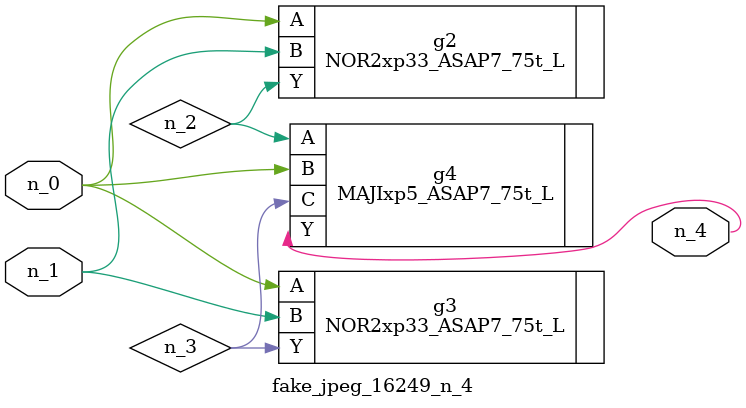
<source format=v>
module fake_jpeg_16249_n_4 (n_0, n_1, n_4);

input n_0;
input n_1;

output n_4;

wire n_2;
wire n_3;

NOR2xp33_ASAP7_75t_L g2 ( 
.A(n_0),
.B(n_1),
.Y(n_2)
);

NOR2xp33_ASAP7_75t_L g3 ( 
.A(n_0),
.B(n_1),
.Y(n_3)
);

MAJIxp5_ASAP7_75t_L g4 ( 
.A(n_2),
.B(n_0),
.C(n_3),
.Y(n_4)
);


endmodule
</source>
